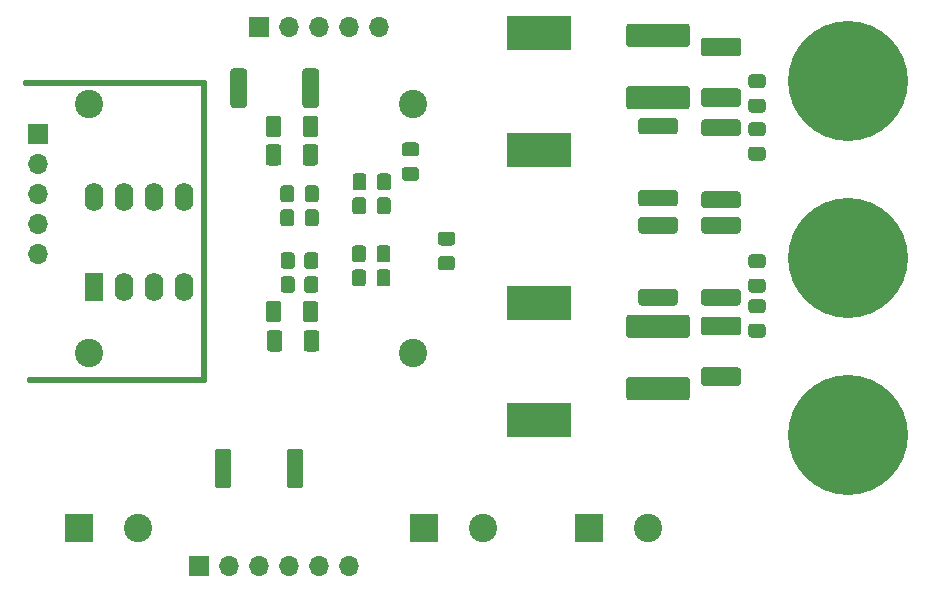
<source format=gbr>
%TF.GenerationSoftware,KiCad,Pcbnew,(5.1.9)-1*%
%TF.CreationDate,2021-11-30T23:52:58-06:00*%
%TF.ProjectId,Discrete_Channel,44697363-7265-4746-955f-4368616e6e65,rev?*%
%TF.SameCoordinates,Original*%
%TF.FileFunction,Soldermask,Bot*%
%TF.FilePolarity,Negative*%
%FSLAX46Y46*%
G04 Gerber Fmt 4.6, Leading zero omitted, Abs format (unit mm)*
G04 Created by KiCad (PCBNEW (5.1.9)-1) date 2021-11-30 23:52:58*
%MOMM*%
%LPD*%
G01*
G04 APERTURE LIST*
%ADD10C,2.400000*%
%ADD11R,2.400000X2.400000*%
%ADD12R,1.700000X1.700000*%
%ADD13O,1.700000X1.700000*%
%ADD14R,5.400000X2.900000*%
%ADD15R,1.600000X2.400000*%
%ADD16O,1.600000X2.400000*%
%ADD17C,10.160000*%
%ADD18C,0.254000*%
%ADD19C,0.100000*%
G04 APERTURE END LIST*
D10*
%TO.C,C21*%
X119439000Y-71628000D03*
X146939000Y-71628000D03*
%TD*%
%TO.C,C16*%
G36*
G01*
X136837000Y-80805000D02*
X136837000Y-81755000D01*
G75*
G02*
X136587000Y-82005000I-250000J0D01*
G01*
X135912000Y-82005000D01*
G75*
G02*
X135662000Y-81755000I0J250000D01*
G01*
X135662000Y-80805000D01*
G75*
G02*
X135912000Y-80555000I250000J0D01*
G01*
X136587000Y-80555000D01*
G75*
G02*
X136837000Y-80805000I0J-250000D01*
G01*
G37*
G36*
G01*
X138912000Y-80805000D02*
X138912000Y-81755000D01*
G75*
G02*
X138662000Y-82005000I-250000J0D01*
G01*
X137987000Y-82005000D01*
G75*
G02*
X137737000Y-81755000I0J250000D01*
G01*
X137737000Y-80805000D01*
G75*
G02*
X137987000Y-80555000I250000J0D01*
G01*
X138662000Y-80555000D01*
G75*
G02*
X138912000Y-80805000I0J-250000D01*
G01*
G37*
%TD*%
%TO.C,C20*%
X146939000Y-92710000D03*
X119439000Y-92710000D03*
%TD*%
%TO.C,C9*%
G36*
G01*
X135662000Y-79723000D02*
X135662000Y-78773000D01*
G75*
G02*
X135912000Y-78523000I250000J0D01*
G01*
X136587000Y-78523000D01*
G75*
G02*
X136837000Y-78773000I0J-250000D01*
G01*
X136837000Y-79723000D01*
G75*
G02*
X136587000Y-79973000I-250000J0D01*
G01*
X135912000Y-79973000D01*
G75*
G02*
X135662000Y-79723000I0J250000D01*
G01*
G37*
G36*
G01*
X137737000Y-79723000D02*
X137737000Y-78773000D01*
G75*
G02*
X137987000Y-78523000I250000J0D01*
G01*
X138662000Y-78523000D01*
G75*
G02*
X138912000Y-78773000I0J-250000D01*
G01*
X138912000Y-79723000D01*
G75*
G02*
X138662000Y-79973000I-250000J0D01*
G01*
X137987000Y-79973000D01*
G75*
G02*
X137737000Y-79723000I0J250000D01*
G01*
G37*
%TD*%
D11*
%TO.C,C1*%
X147828000Y-107569000D03*
D10*
X152828000Y-107569000D03*
%TD*%
%TO.C,C2*%
X166798000Y-107569000D03*
D11*
X161798000Y-107569000D03*
%TD*%
%TO.C,C3*%
G36*
G01*
X142911500Y-85885000D02*
X142911500Y-86835000D01*
G75*
G02*
X142661500Y-87085000I-250000J0D01*
G01*
X141986500Y-87085000D01*
G75*
G02*
X141736500Y-86835000I0J250000D01*
G01*
X141736500Y-85885000D01*
G75*
G02*
X141986500Y-85635000I250000J0D01*
G01*
X142661500Y-85635000D01*
G75*
G02*
X142911500Y-85885000I0J-250000D01*
G01*
G37*
G36*
G01*
X144986500Y-85885000D02*
X144986500Y-86835000D01*
G75*
G02*
X144736500Y-87085000I-250000J0D01*
G01*
X144061500Y-87085000D01*
G75*
G02*
X143811500Y-86835000I0J250000D01*
G01*
X143811500Y-85885000D01*
G75*
G02*
X144061500Y-85635000I250000J0D01*
G01*
X144736500Y-85635000D01*
G75*
G02*
X144986500Y-85885000I0J-250000D01*
G01*
G37*
%TD*%
%TO.C,C4*%
G36*
G01*
X145008000Y-79789000D02*
X145008000Y-80739000D01*
G75*
G02*
X144758000Y-80989000I-250000J0D01*
G01*
X144083000Y-80989000D01*
G75*
G02*
X143833000Y-80739000I0J250000D01*
G01*
X143833000Y-79789000D01*
G75*
G02*
X144083000Y-79539000I250000J0D01*
G01*
X144758000Y-79539000D01*
G75*
G02*
X145008000Y-79789000I0J-250000D01*
G01*
G37*
G36*
G01*
X142933000Y-79789000D02*
X142933000Y-80739000D01*
G75*
G02*
X142683000Y-80989000I-250000J0D01*
G01*
X142008000Y-80989000D01*
G75*
G02*
X141758000Y-80739000I0J250000D01*
G01*
X141758000Y-79789000D01*
G75*
G02*
X142008000Y-79539000I250000J0D01*
G01*
X142683000Y-79539000D01*
G75*
G02*
X142933000Y-79789000I0J-250000D01*
G01*
G37*
%TD*%
%TO.C,C5*%
G36*
G01*
X142954500Y-77757000D02*
X142954500Y-78707000D01*
G75*
G02*
X142704500Y-78957000I-250000J0D01*
G01*
X142029500Y-78957000D01*
G75*
G02*
X141779500Y-78707000I0J250000D01*
G01*
X141779500Y-77757000D01*
G75*
G02*
X142029500Y-77507000I250000J0D01*
G01*
X142704500Y-77507000D01*
G75*
G02*
X142954500Y-77757000I0J-250000D01*
G01*
G37*
G36*
G01*
X145029500Y-77757000D02*
X145029500Y-78707000D01*
G75*
G02*
X144779500Y-78957000I-250000J0D01*
G01*
X144104500Y-78957000D01*
G75*
G02*
X143854500Y-78707000I0J250000D01*
G01*
X143854500Y-77757000D01*
G75*
G02*
X144104500Y-77507000I250000J0D01*
G01*
X144779500Y-77507000D01*
G75*
G02*
X145029500Y-77757000I0J-250000D01*
G01*
G37*
%TD*%
%TO.C,C6*%
G36*
G01*
X135840500Y-91043998D02*
X135840500Y-92344002D01*
G75*
G02*
X135590502Y-92594000I-249998J0D01*
G01*
X134765498Y-92594000D01*
G75*
G02*
X134515500Y-92344002I0J249998D01*
G01*
X134515500Y-91043998D01*
G75*
G02*
X134765498Y-90794000I249998J0D01*
G01*
X135590502Y-90794000D01*
G75*
G02*
X135840500Y-91043998I0J-249998D01*
G01*
G37*
G36*
G01*
X138965500Y-91043998D02*
X138965500Y-92344002D01*
G75*
G02*
X138715502Y-92594000I-249998J0D01*
G01*
X137890498Y-92594000D01*
G75*
G02*
X137640500Y-92344002I0J249998D01*
G01*
X137640500Y-91043998D01*
G75*
G02*
X137890498Y-90794000I249998J0D01*
G01*
X138715502Y-90794000D01*
G75*
G02*
X138965500Y-91043998I0J-249998D01*
G01*
G37*
%TD*%
%TO.C,C7*%
G36*
G01*
X144986500Y-83853000D02*
X144986500Y-84803000D01*
G75*
G02*
X144736500Y-85053000I-250000J0D01*
G01*
X144061500Y-85053000D01*
G75*
G02*
X143811500Y-84803000I0J250000D01*
G01*
X143811500Y-83853000D01*
G75*
G02*
X144061500Y-83603000I250000J0D01*
G01*
X144736500Y-83603000D01*
G75*
G02*
X144986500Y-83853000I0J-250000D01*
G01*
G37*
G36*
G01*
X142911500Y-83853000D02*
X142911500Y-84803000D01*
G75*
G02*
X142661500Y-85053000I-250000J0D01*
G01*
X141986500Y-85053000D01*
G75*
G02*
X141736500Y-84803000I0J250000D01*
G01*
X141736500Y-83853000D01*
G75*
G02*
X141986500Y-83603000I250000J0D01*
G01*
X142661500Y-83603000D01*
G75*
G02*
X142911500Y-83853000I0J-250000D01*
G01*
G37*
%TD*%
%TO.C,C8*%
G36*
G01*
X138877000Y-72882998D02*
X138877000Y-74183002D01*
G75*
G02*
X138627002Y-74433000I-249998J0D01*
G01*
X137801998Y-74433000D01*
G75*
G02*
X137552000Y-74183002I0J249998D01*
G01*
X137552000Y-72882998D01*
G75*
G02*
X137801998Y-72633000I249998J0D01*
G01*
X138627002Y-72633000D01*
G75*
G02*
X138877000Y-72882998I0J-249998D01*
G01*
G37*
G36*
G01*
X135752000Y-72882998D02*
X135752000Y-74183002D01*
G75*
G02*
X135502002Y-74433000I-249998J0D01*
G01*
X134676998Y-74433000D01*
G75*
G02*
X134427000Y-74183002I0J249998D01*
G01*
X134427000Y-72882998D01*
G75*
G02*
X134676998Y-72633000I249998J0D01*
G01*
X135502002Y-72633000D01*
G75*
G02*
X135752000Y-72882998I0J-249998D01*
G01*
G37*
%TD*%
%TO.C,C14*%
G36*
G01*
X138877000Y-88567498D02*
X138877000Y-89867502D01*
G75*
G02*
X138627002Y-90117500I-249998J0D01*
G01*
X137801998Y-90117500D01*
G75*
G02*
X137552000Y-89867502I0J249998D01*
G01*
X137552000Y-88567498D01*
G75*
G02*
X137801998Y-88317500I249998J0D01*
G01*
X138627002Y-88317500D01*
G75*
G02*
X138877000Y-88567498I0J-249998D01*
G01*
G37*
G36*
G01*
X135752000Y-88567498D02*
X135752000Y-89867502D01*
G75*
G02*
X135502002Y-90117500I-249998J0D01*
G01*
X134676998Y-90117500D01*
G75*
G02*
X134427000Y-89867502I0J249998D01*
G01*
X134427000Y-88567498D01*
G75*
G02*
X134676998Y-88317500I249998J0D01*
G01*
X135502002Y-88317500D01*
G75*
G02*
X135752000Y-88567498I0J-249998D01*
G01*
G37*
%TD*%
%TO.C,C15*%
G36*
G01*
X135752000Y-75295998D02*
X135752000Y-76596002D01*
G75*
G02*
X135502002Y-76846000I-249998J0D01*
G01*
X134676998Y-76846000D01*
G75*
G02*
X134427000Y-76596002I0J249998D01*
G01*
X134427000Y-75295998D01*
G75*
G02*
X134676998Y-75046000I249998J0D01*
G01*
X135502002Y-75046000D01*
G75*
G02*
X135752000Y-75295998I0J-249998D01*
G01*
G37*
G36*
G01*
X138877000Y-75295998D02*
X138877000Y-76596002D01*
G75*
G02*
X138627002Y-76846000I-249998J0D01*
G01*
X137801998Y-76846000D01*
G75*
G02*
X137552000Y-76596002I0J249998D01*
G01*
X137552000Y-75295998D01*
G75*
G02*
X137801998Y-75046000I249998J0D01*
G01*
X138627002Y-75046000D01*
G75*
G02*
X138877000Y-75295998I0J-249998D01*
G01*
G37*
%TD*%
%TO.C,C17*%
X118618000Y-107569000D03*
D10*
X123618000Y-107569000D03*
%TD*%
%TO.C,C23*%
G36*
G01*
X150208000Y-83624000D02*
X149258000Y-83624000D01*
G75*
G02*
X149008000Y-83374000I0J250000D01*
G01*
X149008000Y-82699000D01*
G75*
G02*
X149258000Y-82449000I250000J0D01*
G01*
X150208000Y-82449000D01*
G75*
G02*
X150458000Y-82699000I0J-250000D01*
G01*
X150458000Y-83374000D01*
G75*
G02*
X150208000Y-83624000I-250000J0D01*
G01*
G37*
G36*
G01*
X150208000Y-85699000D02*
X149258000Y-85699000D01*
G75*
G02*
X149008000Y-85449000I0J250000D01*
G01*
X149008000Y-84774000D01*
G75*
G02*
X149258000Y-84524000I250000J0D01*
G01*
X150208000Y-84524000D01*
G75*
G02*
X150458000Y-84774000I0J-250000D01*
G01*
X150458000Y-85449000D01*
G75*
G02*
X150208000Y-85699000I-250000J0D01*
G01*
G37*
%TD*%
%TO.C,C25*%
G36*
G01*
X146210000Y-74892500D02*
X147160000Y-74892500D01*
G75*
G02*
X147410000Y-75142500I0J-250000D01*
G01*
X147410000Y-75817500D01*
G75*
G02*
X147160000Y-76067500I-250000J0D01*
G01*
X146210000Y-76067500D01*
G75*
G02*
X145960000Y-75817500I0J250000D01*
G01*
X145960000Y-75142500D01*
G75*
G02*
X146210000Y-74892500I250000J0D01*
G01*
G37*
G36*
G01*
X146210000Y-76967500D02*
X147160000Y-76967500D01*
G75*
G02*
X147410000Y-77217500I0J-250000D01*
G01*
X147410000Y-77892500D01*
G75*
G02*
X147160000Y-78142500I-250000J0D01*
G01*
X146210000Y-78142500D01*
G75*
G02*
X145960000Y-77892500I0J250000D01*
G01*
X145960000Y-77217500D01*
G75*
G02*
X146210000Y-76967500I250000J0D01*
G01*
G37*
%TD*%
%TO.C,C32*%
G36*
G01*
X175547000Y-69114000D02*
X176497000Y-69114000D01*
G75*
G02*
X176747000Y-69364000I0J-250000D01*
G01*
X176747000Y-70039000D01*
G75*
G02*
X176497000Y-70289000I-250000J0D01*
G01*
X175547000Y-70289000D01*
G75*
G02*
X175297000Y-70039000I0J250000D01*
G01*
X175297000Y-69364000D01*
G75*
G02*
X175547000Y-69114000I250000J0D01*
G01*
G37*
G36*
G01*
X175547000Y-71189000D02*
X176497000Y-71189000D01*
G75*
G02*
X176747000Y-71439000I0J-250000D01*
G01*
X176747000Y-72114000D01*
G75*
G02*
X176497000Y-72364000I-250000J0D01*
G01*
X175547000Y-72364000D01*
G75*
G02*
X175297000Y-72114000I0J250000D01*
G01*
X175297000Y-71439000D01*
G75*
G02*
X175547000Y-71189000I250000J0D01*
G01*
G37*
%TD*%
%TO.C,C33*%
G36*
G01*
X175547000Y-73178000D02*
X176497000Y-73178000D01*
G75*
G02*
X176747000Y-73428000I0J-250000D01*
G01*
X176747000Y-74103000D01*
G75*
G02*
X176497000Y-74353000I-250000J0D01*
G01*
X175547000Y-74353000D01*
G75*
G02*
X175297000Y-74103000I0J250000D01*
G01*
X175297000Y-73428000D01*
G75*
G02*
X175547000Y-73178000I250000J0D01*
G01*
G37*
G36*
G01*
X175547000Y-75253000D02*
X176497000Y-75253000D01*
G75*
G02*
X176747000Y-75503000I0J-250000D01*
G01*
X176747000Y-76178000D01*
G75*
G02*
X176497000Y-76428000I-250000J0D01*
G01*
X175547000Y-76428000D01*
G75*
G02*
X175297000Y-76178000I0J250000D01*
G01*
X175297000Y-75503000D01*
G75*
G02*
X175547000Y-75253000I250000J0D01*
G01*
G37*
%TD*%
%TO.C,C34*%
G36*
G01*
X175547000Y-86429000D02*
X176497000Y-86429000D01*
G75*
G02*
X176747000Y-86679000I0J-250000D01*
G01*
X176747000Y-87354000D01*
G75*
G02*
X176497000Y-87604000I-250000J0D01*
G01*
X175547000Y-87604000D01*
G75*
G02*
X175297000Y-87354000I0J250000D01*
G01*
X175297000Y-86679000D01*
G75*
G02*
X175547000Y-86429000I250000J0D01*
G01*
G37*
G36*
G01*
X175547000Y-84354000D02*
X176497000Y-84354000D01*
G75*
G02*
X176747000Y-84604000I0J-250000D01*
G01*
X176747000Y-85279000D01*
G75*
G02*
X176497000Y-85529000I-250000J0D01*
G01*
X175547000Y-85529000D01*
G75*
G02*
X175297000Y-85279000I0J250000D01*
G01*
X175297000Y-84604000D01*
G75*
G02*
X175547000Y-84354000I250000J0D01*
G01*
G37*
%TD*%
%TO.C,C35*%
G36*
G01*
X175547000Y-88164000D02*
X176497000Y-88164000D01*
G75*
G02*
X176747000Y-88414000I0J-250000D01*
G01*
X176747000Y-89089000D01*
G75*
G02*
X176497000Y-89339000I-250000J0D01*
G01*
X175547000Y-89339000D01*
G75*
G02*
X175297000Y-89089000I0J250000D01*
G01*
X175297000Y-88414000D01*
G75*
G02*
X175547000Y-88164000I250000J0D01*
G01*
G37*
G36*
G01*
X175547000Y-90239000D02*
X176497000Y-90239000D01*
G75*
G02*
X176747000Y-90489000I0J-250000D01*
G01*
X176747000Y-91164000D01*
G75*
G02*
X176497000Y-91414000I-250000J0D01*
G01*
X175547000Y-91414000D01*
G75*
G02*
X175297000Y-91164000I0J250000D01*
G01*
X175297000Y-90489000D01*
G75*
G02*
X175547000Y-90239000I250000J0D01*
G01*
G37*
%TD*%
%TO.C,C38*%
G36*
G01*
X171523998Y-66036000D02*
X174424002Y-66036000D01*
G75*
G02*
X174674000Y-66285998I0J-249998D01*
G01*
X174674000Y-67361002D01*
G75*
G02*
X174424002Y-67611000I-249998J0D01*
G01*
X171523998Y-67611000D01*
G75*
G02*
X171274000Y-67361002I0J249998D01*
G01*
X171274000Y-66285998D01*
G75*
G02*
X171523998Y-66036000I249998J0D01*
G01*
G37*
G36*
G01*
X171523998Y-70311000D02*
X174424002Y-70311000D01*
G75*
G02*
X174674000Y-70560998I0J-249998D01*
G01*
X174674000Y-71636002D01*
G75*
G02*
X174424002Y-71886000I-249998J0D01*
G01*
X171523998Y-71886000D01*
G75*
G02*
X171274000Y-71636002I0J249998D01*
G01*
X171274000Y-70560998D01*
G75*
G02*
X171523998Y-70311000I249998J0D01*
G01*
G37*
%TD*%
%TO.C,C39*%
G36*
G01*
X171523998Y-93933000D02*
X174424002Y-93933000D01*
G75*
G02*
X174674000Y-94182998I0J-249998D01*
G01*
X174674000Y-95258002D01*
G75*
G02*
X174424002Y-95508000I-249998J0D01*
G01*
X171523998Y-95508000D01*
G75*
G02*
X171274000Y-95258002I0J249998D01*
G01*
X171274000Y-94182998D01*
G75*
G02*
X171523998Y-93933000I249998J0D01*
G01*
G37*
G36*
G01*
X171523998Y-89658000D02*
X174424002Y-89658000D01*
G75*
G02*
X174674000Y-89907998I0J-249998D01*
G01*
X174674000Y-90983002D01*
G75*
G02*
X174424002Y-91233000I-249998J0D01*
G01*
X171523998Y-91233000D01*
G75*
G02*
X171274000Y-90983002I0J249998D01*
G01*
X171274000Y-89907998D01*
G75*
G02*
X171523998Y-89658000I249998J0D01*
G01*
G37*
%TD*%
D12*
%TO.C,J1*%
X133858000Y-65151000D03*
D13*
X136398000Y-65151000D03*
X138938000Y-65151000D03*
X141478000Y-65151000D03*
X144018000Y-65151000D03*
%TD*%
%TO.C,J3*%
X115189000Y-84328000D03*
X115189000Y-81788000D03*
X115189000Y-79248000D03*
X115189000Y-76708000D03*
D12*
X115189000Y-74168000D03*
%TD*%
D14*
%TO.C,L3*%
X157607000Y-65662000D03*
X157607000Y-75562000D03*
%TD*%
%TO.C,L5*%
X157607000Y-98422000D03*
X157607000Y-88522000D03*
%TD*%
%TO.C,R3*%
G36*
G01*
X136887000Y-84449499D02*
X136887000Y-85349501D01*
G75*
G02*
X136637001Y-85599500I-249999J0D01*
G01*
X135936999Y-85599500D01*
G75*
G02*
X135687000Y-85349501I0J249999D01*
G01*
X135687000Y-84449499D01*
G75*
G02*
X135936999Y-84199500I249999J0D01*
G01*
X136637001Y-84199500D01*
G75*
G02*
X136887000Y-84449499I0J-249999D01*
G01*
G37*
G36*
G01*
X138887000Y-84449499D02*
X138887000Y-85349501D01*
G75*
G02*
X138637001Y-85599500I-249999J0D01*
G01*
X137936999Y-85599500D01*
G75*
G02*
X137687000Y-85349501I0J249999D01*
G01*
X137687000Y-84449499D01*
G75*
G02*
X137936999Y-84199500I249999J0D01*
G01*
X138637001Y-84199500D01*
G75*
G02*
X138887000Y-84449499I0J-249999D01*
G01*
G37*
%TD*%
%TO.C,R4*%
G36*
G01*
X138887000Y-86481499D02*
X138887000Y-87381501D01*
G75*
G02*
X138637001Y-87631500I-249999J0D01*
G01*
X137936999Y-87631500D01*
G75*
G02*
X137687000Y-87381501I0J249999D01*
G01*
X137687000Y-86481499D01*
G75*
G02*
X137936999Y-86231500I249999J0D01*
G01*
X138637001Y-86231500D01*
G75*
G02*
X138887000Y-86481499I0J-249999D01*
G01*
G37*
G36*
G01*
X136887000Y-86481499D02*
X136887000Y-87381501D01*
G75*
G02*
X136637001Y-87631500I-249999J0D01*
G01*
X135936999Y-87631500D01*
G75*
G02*
X135687000Y-87381501I0J249999D01*
G01*
X135687000Y-86481499D01*
G75*
G02*
X135936999Y-86231500I249999J0D01*
G01*
X136637001Y-86231500D01*
G75*
G02*
X136887000Y-86481499I0J-249999D01*
G01*
G37*
%TD*%
D12*
%TO.C,J2*%
X128778000Y-110744000D03*
D13*
X131318000Y-110744000D03*
X133858000Y-110744000D03*
X136398000Y-110744000D03*
X138938000Y-110744000D03*
X141478000Y-110744000D03*
%TD*%
%TO.C,C36*%
G36*
G01*
X165189998Y-64828000D02*
X170090002Y-64828000D01*
G75*
G02*
X170340000Y-65077998I0J-249998D01*
G01*
X170340000Y-66553002D01*
G75*
G02*
X170090002Y-66803000I-249998J0D01*
G01*
X165189998Y-66803000D01*
G75*
G02*
X164940000Y-66553002I0J249998D01*
G01*
X164940000Y-65077998D01*
G75*
G02*
X165189998Y-64828000I249998J0D01*
G01*
G37*
G36*
G01*
X165189998Y-70103000D02*
X170090002Y-70103000D01*
G75*
G02*
X170340000Y-70352998I0J-249998D01*
G01*
X170340000Y-71828002D01*
G75*
G02*
X170090002Y-72078000I-249998J0D01*
G01*
X165189998Y-72078000D01*
G75*
G02*
X164940000Y-71828002I0J249998D01*
G01*
X164940000Y-70352998D01*
G75*
G02*
X165189998Y-70103000I249998J0D01*
G01*
G37*
%TD*%
%TO.C,C37*%
G36*
G01*
X165189998Y-94741000D02*
X170090002Y-94741000D01*
G75*
G02*
X170340000Y-94990998I0J-249998D01*
G01*
X170340000Y-96466002D01*
G75*
G02*
X170090002Y-96716000I-249998J0D01*
G01*
X165189998Y-96716000D01*
G75*
G02*
X164940000Y-96466002I0J249998D01*
G01*
X164940000Y-94990998D01*
G75*
G02*
X165189998Y-94741000I249998J0D01*
G01*
G37*
G36*
G01*
X165189998Y-89466000D02*
X170090002Y-89466000D01*
G75*
G02*
X170340000Y-89715998I0J-249998D01*
G01*
X170340000Y-91191002D01*
G75*
G02*
X170090002Y-91441000I-249998J0D01*
G01*
X165189998Y-91441000D01*
G75*
G02*
X164940000Y-91191002I0J249998D01*
G01*
X164940000Y-89715998D01*
G75*
G02*
X165189998Y-89466000I249998J0D01*
G01*
G37*
%TD*%
%TO.C,R1*%
G36*
G01*
X131508000Y-101063999D02*
X131508000Y-103914001D01*
G75*
G02*
X131258001Y-104164000I-249999J0D01*
G01*
X130357999Y-104164000D01*
G75*
G02*
X130108000Y-103914001I0J249999D01*
G01*
X130108000Y-101063999D01*
G75*
G02*
X130357999Y-100814000I249999J0D01*
G01*
X131258001Y-100814000D01*
G75*
G02*
X131508000Y-101063999I0J-249999D01*
G01*
G37*
G36*
G01*
X137608000Y-101063999D02*
X137608000Y-103914001D01*
G75*
G02*
X137358001Y-104164000I-249999J0D01*
G01*
X136457999Y-104164000D01*
G75*
G02*
X136208000Y-103914001I0J249999D01*
G01*
X136208000Y-101063999D01*
G75*
G02*
X136457999Y-100814000I249999J0D01*
G01*
X137358001Y-100814000D01*
G75*
G02*
X137608000Y-101063999I0J-249999D01*
G01*
G37*
%TD*%
%TO.C,R2*%
G36*
G01*
X138941500Y-68869499D02*
X138941500Y-71719501D01*
G75*
G02*
X138691501Y-71969500I-249999J0D01*
G01*
X137791499Y-71969500D01*
G75*
G02*
X137541500Y-71719501I0J249999D01*
G01*
X137541500Y-68869499D01*
G75*
G02*
X137791499Y-68619500I249999J0D01*
G01*
X138691501Y-68619500D01*
G75*
G02*
X138941500Y-68869499I0J-249999D01*
G01*
G37*
G36*
G01*
X132841500Y-68869499D02*
X132841500Y-71719501D01*
G75*
G02*
X132591501Y-71969500I-249999J0D01*
G01*
X131691499Y-71969500D01*
G75*
G02*
X131441500Y-71719501I0J249999D01*
G01*
X131441500Y-68869499D01*
G75*
G02*
X131691499Y-68619500I249999J0D01*
G01*
X132591501Y-68619500D01*
G75*
G02*
X132841500Y-68869499I0J-249999D01*
G01*
G37*
%TD*%
%TO.C,R13*%
G36*
G01*
X166214999Y-78915000D02*
X169065001Y-78915000D01*
G75*
G02*
X169315000Y-79164999I0J-249999D01*
G01*
X169315000Y-80065001D01*
G75*
G02*
X169065001Y-80315000I-249999J0D01*
G01*
X166214999Y-80315000D01*
G75*
G02*
X165965000Y-80065001I0J249999D01*
G01*
X165965000Y-79164999D01*
G75*
G02*
X166214999Y-78915000I249999J0D01*
G01*
G37*
G36*
G01*
X166214999Y-72815000D02*
X169065001Y-72815000D01*
G75*
G02*
X169315000Y-73064999I0J-249999D01*
G01*
X169315000Y-73965001D01*
G75*
G02*
X169065001Y-74215000I-249999J0D01*
G01*
X166214999Y-74215000D01*
G75*
G02*
X165965000Y-73965001I0J249999D01*
G01*
X165965000Y-73064999D01*
G75*
G02*
X166214999Y-72815000I249999J0D01*
G01*
G37*
%TD*%
%TO.C,R14*%
G36*
G01*
X166214999Y-81213000D02*
X169065001Y-81213000D01*
G75*
G02*
X169315000Y-81462999I0J-249999D01*
G01*
X169315000Y-82363001D01*
G75*
G02*
X169065001Y-82613000I-249999J0D01*
G01*
X166214999Y-82613000D01*
G75*
G02*
X165965000Y-82363001I0J249999D01*
G01*
X165965000Y-81462999D01*
G75*
G02*
X166214999Y-81213000I249999J0D01*
G01*
G37*
G36*
G01*
X166214999Y-87313000D02*
X169065001Y-87313000D01*
G75*
G02*
X169315000Y-87562999I0J-249999D01*
G01*
X169315000Y-88463001D01*
G75*
G02*
X169065001Y-88713000I-249999J0D01*
G01*
X166214999Y-88713000D01*
G75*
G02*
X165965000Y-88463001I0J249999D01*
G01*
X165965000Y-87562999D01*
G75*
G02*
X166214999Y-87313000I249999J0D01*
G01*
G37*
%TD*%
%TO.C,R15*%
G36*
G01*
X174399001Y-80442000D02*
X171548999Y-80442000D01*
G75*
G02*
X171299000Y-80192001I0J249999D01*
G01*
X171299000Y-79291999D01*
G75*
G02*
X171548999Y-79042000I249999J0D01*
G01*
X174399001Y-79042000D01*
G75*
G02*
X174649000Y-79291999I0J-249999D01*
G01*
X174649000Y-80192001D01*
G75*
G02*
X174399001Y-80442000I-249999J0D01*
G01*
G37*
G36*
G01*
X174399001Y-74342000D02*
X171548999Y-74342000D01*
G75*
G02*
X171299000Y-74092001I0J249999D01*
G01*
X171299000Y-73191999D01*
G75*
G02*
X171548999Y-72942000I249999J0D01*
G01*
X174399001Y-72942000D01*
G75*
G02*
X174649000Y-73191999I0J-249999D01*
G01*
X174649000Y-74092001D01*
G75*
G02*
X174399001Y-74342000I-249999J0D01*
G01*
G37*
%TD*%
%TO.C,R16*%
G36*
G01*
X174399001Y-82615000D02*
X171548999Y-82615000D01*
G75*
G02*
X171299000Y-82365001I0J249999D01*
G01*
X171299000Y-81464999D01*
G75*
G02*
X171548999Y-81215000I249999J0D01*
G01*
X174399001Y-81215000D01*
G75*
G02*
X174649000Y-81464999I0J-249999D01*
G01*
X174649000Y-82365001D01*
G75*
G02*
X174399001Y-82615000I-249999J0D01*
G01*
G37*
G36*
G01*
X174399001Y-88715000D02*
X171548999Y-88715000D01*
G75*
G02*
X171299000Y-88465001I0J249999D01*
G01*
X171299000Y-87564999D01*
G75*
G02*
X171548999Y-87315000I249999J0D01*
G01*
X174399001Y-87315000D01*
G75*
G02*
X174649000Y-87564999I0J-249999D01*
G01*
X174649000Y-88465001D01*
G75*
G02*
X174399001Y-88715000I-249999J0D01*
G01*
G37*
%TD*%
D15*
%TO.C,U2*%
X119888000Y-87122000D03*
D16*
X127508000Y-79502000D03*
X122428000Y-87122000D03*
X124968000Y-79502000D03*
X124968000Y-87122000D03*
X122428000Y-79502000D03*
X127508000Y-87122000D03*
X119888000Y-79502000D03*
%TD*%
D17*
%TO.C,J4*%
X183769000Y-69723000D03*
X183769000Y-99693000D03*
X183769000Y-84713000D03*
%TD*%
D18*
X129301679Y-95123000D02*
X114315679Y-95123000D01*
X114315679Y-94869000D01*
X128920679Y-94869000D01*
X128945455Y-94866560D01*
X128969280Y-94859333D01*
X128991236Y-94847597D01*
X129010482Y-94831803D01*
X129026276Y-94812557D01*
X129038012Y-94790601D01*
X129045239Y-94766776D01*
X129047679Y-94742000D01*
X129047679Y-70104000D01*
X129045239Y-70079224D01*
X129038012Y-70055399D01*
X129026276Y-70033443D01*
X129010482Y-70014197D01*
X128991236Y-69998403D01*
X128969280Y-69986667D01*
X128945455Y-69979440D01*
X128920679Y-69977000D01*
X113934679Y-69977000D01*
X113934679Y-69723000D01*
X129301679Y-69723000D01*
X129301679Y-95123000D01*
D19*
G36*
X129301679Y-95123000D02*
G01*
X114315679Y-95123000D01*
X114315679Y-94869000D01*
X128920679Y-94869000D01*
X128945455Y-94866560D01*
X128969280Y-94859333D01*
X128991236Y-94847597D01*
X129010482Y-94831803D01*
X129026276Y-94812557D01*
X129038012Y-94790601D01*
X129045239Y-94766776D01*
X129047679Y-94742000D01*
X129047679Y-70104000D01*
X129045239Y-70079224D01*
X129038012Y-70055399D01*
X129026276Y-70033443D01*
X129010482Y-70014197D01*
X128991236Y-69998403D01*
X128969280Y-69986667D01*
X128945455Y-69979440D01*
X128920679Y-69977000D01*
X113934679Y-69977000D01*
X113934679Y-69723000D01*
X129301679Y-69723000D01*
X129301679Y-95123000D01*
G37*
M02*

</source>
